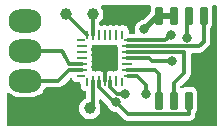
<source format=gtl>
G04 #@! TF.GenerationSoftware,KiCad,Pcbnew,(7.0.0-0)*
G04 #@! TF.CreationDate,2023-04-22T22:08:33+02:00*
G04 #@! TF.ProjectId,tiny-blackbox,74696e79-2d62-46c6-9163-6b626f782e6b,rev?*
G04 #@! TF.SameCoordinates,Original*
G04 #@! TF.FileFunction,Copper,L1,Top*
G04 #@! TF.FilePolarity,Positive*
%FSLAX46Y46*%
G04 Gerber Fmt 4.6, Leading zero omitted, Abs format (unit mm)*
G04 Created by KiCad (PCBNEW (7.0.0-0)) date 2023-04-22 22:08:33*
%MOMM*%
%LPD*%
G01*
G04 APERTURE LIST*
G04 Aperture macros list*
%AMRoundRect*
0 Rectangle with rounded corners*
0 $1 Rounding radius*
0 $2 $3 $4 $5 $6 $7 $8 $9 X,Y pos of 4 corners*
0 Add a 4 corners polygon primitive as box body*
4,1,4,$2,$3,$4,$5,$6,$7,$8,$9,$2,$3,0*
0 Add four circle primitives for the rounded corners*
1,1,$1+$1,$2,$3*
1,1,$1+$1,$4,$5*
1,1,$1+$1,$6,$7*
1,1,$1+$1,$8,$9*
0 Add four rect primitives between the rounded corners*
20,1,$1+$1,$2,$3,$4,$5,0*
20,1,$1+$1,$4,$5,$6,$7,0*
20,1,$1+$1,$6,$7,$8,$9,0*
20,1,$1+$1,$8,$9,$2,$3,0*%
%AMFreePoly0*
4,1,14,0.230680,0.111820,0.364320,-0.021821,0.377500,-0.053642,0.377500,-0.080000,0.364320,-0.111820,0.332500,-0.125000,-0.332500,-0.125000,-0.364320,-0.111820,-0.377500,-0.080000,-0.377500,0.080000,-0.364320,0.111820,-0.332500,0.125000,0.198860,0.125000,0.230680,0.111820,0.230680,0.111820,$1*%
%AMFreePoly1*
4,1,14,0.364320,0.111820,0.377500,0.080000,0.377501,0.053640,0.364318,0.021819,0.230680,-0.111820,0.198860,-0.125000,-0.332500,-0.125000,-0.364320,-0.111820,-0.377500,-0.080000,-0.377500,0.080000,-0.364320,0.111820,-0.332500,0.125000,0.332500,0.125000,0.364320,0.111820,0.364320,0.111820,$1*%
%AMFreePoly2*
4,1,15,0.053642,0.377500,0.080000,0.377500,0.111820,0.364320,0.125000,0.332500,0.125000,-0.332500,0.111820,-0.364320,0.080000,-0.377500,-0.080000,-0.377500,-0.111820,-0.364320,-0.125000,-0.332500,-0.125000,0.198860,-0.111820,0.230680,0.021820,0.364320,0.053640,0.377501,0.053642,0.377500,0.053642,0.377500,$1*%
%AMFreePoly3*
4,1,14,-0.021820,0.364320,0.111820,0.230679,0.125000,0.198858,0.125000,-0.332500,0.111820,-0.364320,0.080000,-0.377500,-0.080000,-0.377500,-0.111820,-0.364320,-0.125000,-0.332500,-0.125000,0.332500,-0.111820,0.364320,-0.080000,0.377500,-0.053640,0.377500,-0.021820,0.364320,-0.021820,0.364320,$1*%
%AMFreePoly4*
4,1,14,0.364320,0.111820,0.377500,0.080000,0.377500,-0.080000,0.364320,-0.111820,0.332500,-0.125000,-0.198860,-0.125001,-0.230680,-0.111818,-0.364320,0.021820,-0.377500,0.053640,-0.377500,0.080000,-0.364320,0.111820,-0.332500,0.125000,0.332500,0.125000,0.364320,0.111820,0.364320,0.111820,$1*%
%AMFreePoly5*
4,1,15,-0.198858,0.125000,0.332500,0.125000,0.364320,0.111820,0.377500,0.080000,0.377500,-0.080000,0.364320,-0.111820,0.332500,-0.125000,-0.332500,-0.125000,-0.364320,-0.111820,-0.377500,-0.080000,-0.377500,-0.053640,-0.364320,-0.021819,-0.230680,0.111820,-0.198860,0.125001,-0.198858,0.125000,-0.198858,0.125000,$1*%
%AMFreePoly6*
4,1,14,0.111820,0.364320,0.125000,0.332500,0.125001,-0.198860,0.111818,-0.230680,-0.021820,-0.364320,-0.053640,-0.377500,-0.080000,-0.377500,-0.111820,-0.364320,-0.125000,-0.332500,-0.125000,0.332500,-0.111820,0.364320,-0.080000,0.377500,0.080000,0.377500,0.111820,0.364320,0.111820,0.364320,$1*%
%AMFreePoly7*
4,1,14,0.111820,0.364320,0.125000,0.332500,0.125000,-0.332500,0.111820,-0.364320,0.080000,-0.377500,0.053640,-0.377501,0.021819,-0.364318,-0.111820,-0.230680,-0.125000,-0.198860,-0.125000,0.332500,-0.111820,0.364320,-0.080000,0.377500,0.080000,0.377500,0.111820,0.364320,0.111820,0.364320,$1*%
G04 Aperture macros list end*
G04 #@! TA.AperFunction,SMDPad,CuDef*
%ADD10RoundRect,0.150000X0.150000X-0.650000X0.150000X0.650000X-0.150000X0.650000X-0.150000X-0.650000X0*%
G04 #@! TD*
G04 #@! TA.AperFunction,SMDPad,CuDef*
%ADD11FreePoly0,90.000000*%
G04 #@! TD*
G04 #@! TA.AperFunction,SMDPad,CuDef*
%ADD12RoundRect,0.062500X0.062500X-0.375000X0.062500X0.375000X-0.062500X0.375000X-0.062500X-0.375000X0*%
G04 #@! TD*
G04 #@! TA.AperFunction,SMDPad,CuDef*
%ADD13FreePoly1,90.000000*%
G04 #@! TD*
G04 #@! TA.AperFunction,SMDPad,CuDef*
%ADD14FreePoly2,90.000000*%
G04 #@! TD*
G04 #@! TA.AperFunction,SMDPad,CuDef*
%ADD15RoundRect,0.062500X0.375000X-0.062500X0.375000X0.062500X-0.375000X0.062500X-0.375000X-0.062500X0*%
G04 #@! TD*
G04 #@! TA.AperFunction,SMDPad,CuDef*
%ADD16FreePoly3,90.000000*%
G04 #@! TD*
G04 #@! TA.AperFunction,SMDPad,CuDef*
%ADD17FreePoly4,90.000000*%
G04 #@! TD*
G04 #@! TA.AperFunction,SMDPad,CuDef*
%ADD18FreePoly5,90.000000*%
G04 #@! TD*
G04 #@! TA.AperFunction,SMDPad,CuDef*
%ADD19FreePoly6,90.000000*%
G04 #@! TD*
G04 #@! TA.AperFunction,SMDPad,CuDef*
%ADD20FreePoly7,90.000000*%
G04 #@! TD*
G04 #@! TA.AperFunction,SMDPad,CuDef*
%ADD21C,1.000000*%
G04 #@! TD*
G04 #@! TA.AperFunction,ComponentPad*
%ADD22R,2.800000X2.000000*%
G04 #@! TD*
G04 #@! TA.AperFunction,ComponentPad*
%ADD23O,2.800000X2.000000*%
G04 #@! TD*
G04 #@! TA.AperFunction,ViaPad*
%ADD24C,0.800000*%
G04 #@! TD*
G04 #@! TA.AperFunction,Conductor*
%ADD25C,0.300000*%
G04 #@! TD*
G04 #@! TA.AperFunction,Conductor*
%ADD26C,0.500000*%
G04 #@! TD*
G04 APERTURE END LIST*
D10*
X78095000Y-59600000D03*
X79365000Y-59600000D03*
X80635000Y-59600000D03*
X81905000Y-59600000D03*
X81905000Y-52400000D03*
X80635000Y-52400000D03*
X79365000Y-52400000D03*
X78095000Y-52400000D03*
D11*
X72000000Y-57997500D03*
D12*
X72500000Y-57937500D03*
X73000000Y-57937500D03*
X73500000Y-57937500D03*
X74000000Y-57937500D03*
X74500000Y-57937500D03*
D13*
X75000000Y-57997500D03*
D14*
X75497500Y-57500000D03*
D15*
X75437500Y-57000000D03*
X75437500Y-56500000D03*
X75437500Y-56000000D03*
X75437500Y-55500000D03*
X75437500Y-55000000D03*
D16*
X75497500Y-54500000D03*
D17*
X75000000Y-54002500D03*
D12*
X74500000Y-54062500D03*
X74000000Y-54062500D03*
X73500000Y-54062500D03*
X73000000Y-54062500D03*
X72500000Y-54062500D03*
D18*
X72000000Y-54002500D03*
D19*
X71502500Y-54500000D03*
D15*
X71562500Y-55000000D03*
X71562500Y-55500000D03*
X71562500Y-56000000D03*
X71562500Y-56500000D03*
X71562500Y-57000000D03*
D20*
X71502500Y-57500000D03*
D21*
X72250000Y-60250000D03*
X72500000Y-52250000D03*
X70250000Y-52250000D03*
X75500000Y-52250000D03*
D22*
X66799999Y-60439999D03*
D23*
X66799999Y-57899999D03*
X66799999Y-55359999D03*
X66799999Y-52819999D03*
D24*
X75250000Y-59000000D03*
X76872760Y-53545806D03*
X79250000Y-56249500D03*
X77000000Y-59000000D03*
X80500000Y-54250000D03*
X73000000Y-56500000D03*
X74500000Y-59750000D03*
X74000000Y-52750000D03*
X79139204Y-54000181D03*
D25*
X73000000Y-56500000D02*
X73500000Y-56500000D01*
X73500000Y-56500000D02*
X73500000Y-57937500D01*
X75500000Y-60750000D02*
X74500000Y-59750000D01*
X80635000Y-59600000D02*
X80635000Y-60750000D01*
X80635000Y-60750000D02*
X75500000Y-60750000D01*
X75497500Y-57500000D02*
X76250000Y-57500000D01*
X76250000Y-57500000D02*
X77000000Y-58250000D01*
X77000000Y-58250000D02*
X77000000Y-59000000D01*
X77250000Y-56000000D02*
X75437500Y-56000000D01*
X77499500Y-56249500D02*
X77250000Y-56000000D01*
X79250000Y-56249500D02*
X77499500Y-56249500D01*
X72500000Y-57937500D02*
X72500000Y-60000000D01*
X72500000Y-60000000D02*
X72250000Y-60250000D01*
X72750000Y-56500000D02*
X73250000Y-56500000D01*
X74000000Y-57937500D02*
X74000000Y-58458363D01*
X74000000Y-58458363D02*
X74541637Y-59000000D01*
X74541637Y-59000000D02*
X75250000Y-59000000D01*
X74541637Y-59000000D02*
X75000000Y-59000000D01*
X75000000Y-59000000D02*
X75500000Y-59000000D01*
D26*
X78018566Y-52400000D02*
X76872760Y-53545806D01*
X78095000Y-52400000D02*
X78018566Y-52400000D01*
D25*
X72500000Y-52250000D02*
X72500000Y-54062500D01*
X70250000Y-52250000D02*
X70250000Y-52252500D01*
X70250000Y-52252500D02*
X72000000Y-54002500D01*
X75500000Y-52250000D02*
X74500000Y-52250000D01*
X74500000Y-52250000D02*
X74000000Y-52750000D01*
D26*
X78095000Y-52400000D02*
X79365000Y-52400000D01*
D25*
X80500000Y-54250000D02*
X80500000Y-52535000D01*
X80500000Y-52535000D02*
X80635000Y-52400000D01*
X74291637Y-59750000D02*
X74500000Y-59750000D01*
X73000000Y-58458363D02*
X74291637Y-59750000D01*
X73000000Y-57937500D02*
X73000000Y-58458363D01*
X78639385Y-54500000D02*
X79139204Y-54000181D01*
X75497500Y-54500000D02*
X78639385Y-54500000D01*
X75437500Y-57000000D02*
X77750000Y-57000000D01*
X78095000Y-59600000D02*
X78095000Y-57345000D01*
X78095000Y-57345000D02*
X77750000Y-57000000D01*
X75437500Y-55500000D02*
X80250000Y-55500000D01*
X80250000Y-55500000D02*
X80250000Y-57250000D01*
X80250000Y-57250000D02*
X79365000Y-58135000D01*
X79365000Y-58135000D02*
X79365000Y-59600000D01*
X75437500Y-55000000D02*
X81500000Y-55000000D01*
X81905000Y-54595000D02*
X81500000Y-55000000D01*
X81905000Y-52400000D02*
X81905000Y-54595000D01*
X71562500Y-57000000D02*
X70500000Y-57000000D01*
X70500000Y-57000000D02*
X69600000Y-57900000D01*
X69600000Y-57900000D02*
X66800000Y-57900000D01*
X71562500Y-56500000D02*
X70500000Y-56500000D01*
X70500000Y-56500000D02*
X70250000Y-56000000D01*
X70250000Y-56000000D02*
X69860000Y-55360000D01*
X69860000Y-55360000D02*
X66800000Y-55360000D01*
G04 #@! TA.AperFunction,Conductor*
G36*
X82938000Y-51516613D02*
G01*
X82983387Y-51562000D01*
X83000000Y-51624000D01*
X83000000Y-61626000D01*
X82983387Y-61688000D01*
X82938000Y-61733387D01*
X82876000Y-61750000D01*
X65374000Y-61750000D01*
X65312000Y-61733387D01*
X65266613Y-61688000D01*
X65250000Y-61626000D01*
X65250000Y-59030984D01*
X65269106Y-58964853D01*
X65320537Y-58919101D01*
X65388444Y-58907828D01*
X65451897Y-58934506D01*
X65612920Y-59064523D01*
X65821046Y-59180790D01*
X66045829Y-59260211D01*
X66280800Y-59300500D01*
X67256866Y-59300500D01*
X67259497Y-59300500D01*
X67437541Y-59285346D01*
X67668249Y-59225275D01*
X67885486Y-59127077D01*
X68083003Y-58993579D01*
X68255118Y-58828621D01*
X68396879Y-58636947D01*
X68456510Y-58518674D01*
X68502219Y-58468910D01*
X68567233Y-58450500D01*
X69588478Y-58450500D01*
X69592710Y-58450571D01*
X69656826Y-58452762D01*
X69665068Y-58450753D01*
X69665071Y-58450753D01*
X69696739Y-58443035D01*
X69709196Y-58440666D01*
X69749920Y-58435070D01*
X69766380Y-58427919D01*
X69786423Y-58421179D01*
X69803852Y-58416933D01*
X69839688Y-58396783D01*
X69851023Y-58391153D01*
X69888720Y-58374780D01*
X69902637Y-58363456D01*
X69920120Y-58351558D01*
X69935759Y-58342766D01*
X69964812Y-58313711D01*
X69974244Y-58305200D01*
X69999527Y-58284632D01*
X69999527Y-58284631D01*
X70006108Y-58279278D01*
X70016456Y-58264616D01*
X70030074Y-58248449D01*
X70555893Y-57722630D01*
X70607574Y-57691653D01*
X70667757Y-57688694D01*
X70722229Y-57714454D01*
X70758128Y-57762848D01*
X70759375Y-57765859D01*
X70759381Y-57765872D01*
X70760931Y-57769613D01*
X70813859Y-57861289D01*
X70888711Y-57936141D01*
X70895751Y-57940205D01*
X70895753Y-57940207D01*
X70954534Y-57974143D01*
X70980386Y-57989069D01*
X71014828Y-58003335D01*
X71117074Y-58030731D01*
X71221095Y-58030731D01*
X71222927Y-58030731D01*
X71223520Y-58030572D01*
X71224742Y-58030492D01*
X71345508Y-58030492D01*
X71407508Y-58047105D01*
X71452895Y-58092492D01*
X71469508Y-58154492D01*
X71469508Y-58275258D01*
X71469427Y-58276479D01*
X71469269Y-58277073D01*
X71469269Y-58382927D01*
X71471370Y-58390770D01*
X71471371Y-58390773D01*
X71492215Y-58468562D01*
X71496666Y-58485174D01*
X71498219Y-58488924D01*
X71498221Y-58488929D01*
X71500374Y-58494126D01*
X71509378Y-58515865D01*
X71509381Y-58515871D01*
X71510931Y-58519613D01*
X71563859Y-58611289D01*
X71638711Y-58686141D01*
X71645751Y-58690205D01*
X71645753Y-58690207D01*
X71704534Y-58724143D01*
X71730386Y-58739069D01*
X71764828Y-58753335D01*
X71828721Y-58770454D01*
X71857593Y-58778191D01*
X71905205Y-58802976D01*
X71937882Y-58845561D01*
X71949500Y-58897966D01*
X71949500Y-59317545D01*
X71940471Y-59363996D01*
X71914699Y-59403682D01*
X71875935Y-59430824D01*
X71797270Y-59465849D01*
X71792016Y-59469665D01*
X71792011Y-59469669D01*
X71649388Y-59573290D01*
X71649381Y-59573295D01*
X71644129Y-59577112D01*
X71639784Y-59581937D01*
X71639779Y-59581942D01*
X71521813Y-59712956D01*
X71521808Y-59712962D01*
X71517467Y-59717784D01*
X71514222Y-59723404D01*
X71514218Y-59723410D01*
X71426069Y-59876089D01*
X71426066Y-59876094D01*
X71422821Y-59881716D01*
X71420815Y-59887888D01*
X71420813Y-59887894D01*
X71366333Y-60055564D01*
X71366331Y-60055573D01*
X71364326Y-60061744D01*
X71363648Y-60068194D01*
X71363646Y-60068204D01*
X71345962Y-60236464D01*
X71344540Y-60250000D01*
X71345219Y-60256460D01*
X71363646Y-60431795D01*
X71363647Y-60431803D01*
X71364326Y-60438256D01*
X71366331Y-60444428D01*
X71366333Y-60444435D01*
X71416783Y-60599702D01*
X71422821Y-60618284D01*
X71426068Y-60623908D01*
X71426069Y-60623910D01*
X71509731Y-60768818D01*
X71517467Y-60782216D01*
X71644129Y-60922888D01*
X71797270Y-61034151D01*
X71970197Y-61111144D01*
X72155354Y-61150500D01*
X72338143Y-61150500D01*
X72344646Y-61150500D01*
X72529803Y-61111144D01*
X72702730Y-61034151D01*
X72855871Y-60922888D01*
X72982533Y-60782216D01*
X73077179Y-60618284D01*
X73135674Y-60438256D01*
X73155460Y-60250000D01*
X73135674Y-60061744D01*
X73077179Y-59881716D01*
X73067113Y-59864281D01*
X73050500Y-59802281D01*
X73050500Y-59586750D01*
X73064015Y-59530455D01*
X73101615Y-59486432D01*
X73155102Y-59464277D01*
X73212818Y-59468819D01*
X73262181Y-59499069D01*
X73706603Y-59943491D01*
X73735963Y-59990217D01*
X73774211Y-60099522D01*
X73836261Y-60198275D01*
X73864703Y-60243540D01*
X73870184Y-60252262D01*
X73997738Y-60379816D01*
X74150478Y-60475789D01*
X74320745Y-60535368D01*
X74487358Y-60554140D01*
X74527274Y-60565640D01*
X74561154Y-60589679D01*
X75102593Y-61131118D01*
X75105535Y-61134162D01*
X75143529Y-61174844D01*
X75143531Y-61174845D01*
X75149320Y-61181044D01*
X75177499Y-61198180D01*
X75184419Y-61202388D01*
X75194914Y-61209530D01*
X75227658Y-61234361D01*
X75235543Y-61237470D01*
X75235546Y-61237472D01*
X75244349Y-61240943D01*
X75263281Y-61250345D01*
X75278618Y-61259672D01*
X75314366Y-61269688D01*
X75318181Y-61270757D01*
X75330207Y-61274800D01*
X75368436Y-61289876D01*
X75386278Y-61291710D01*
X75407051Y-61295657D01*
X75424335Y-61300500D01*
X75465418Y-61300500D01*
X75478098Y-61301149D01*
X75518972Y-61305352D01*
X75536655Y-61302303D01*
X75557725Y-61300500D01*
X80611945Y-61300500D01*
X80620407Y-61300789D01*
X80672921Y-61304381D01*
X80724481Y-61293666D01*
X80732779Y-61292236D01*
X80784920Y-61285070D01*
X80792706Y-61281687D01*
X80798972Y-61279932D01*
X80806653Y-61277494D01*
X80812773Y-61275318D01*
X80821085Y-61273592D01*
X80867834Y-61249367D01*
X80875433Y-61245753D01*
X80923720Y-61224780D01*
X80930308Y-61219419D01*
X80935864Y-61216041D01*
X80942605Y-61211620D01*
X80947905Y-61207878D01*
X80955447Y-61203971D01*
X80993918Y-61168039D01*
X81000287Y-61162487D01*
X81041108Y-61129278D01*
X81046003Y-61122341D01*
X81050432Y-61117600D01*
X81055734Y-61111520D01*
X81059838Y-61106475D01*
X81066044Y-61100680D01*
X81093398Y-61055696D01*
X81098020Y-61048651D01*
X81128377Y-61005647D01*
X81131219Y-60997646D01*
X81134206Y-60991883D01*
X81137667Y-60984605D01*
X81140259Y-60978636D01*
X81144672Y-60971382D01*
X81158867Y-60920716D01*
X81161428Y-60912649D01*
X81179054Y-60863056D01*
X81179633Y-60854584D01*
X81180950Y-60848247D01*
X81182325Y-60840273D01*
X81183210Y-60833836D01*
X81185500Y-60825665D01*
X81185500Y-60773055D01*
X81185789Y-60764593D01*
X81188802Y-60720541D01*
X81189381Y-60712079D01*
X81187654Y-60703769D01*
X81187213Y-60697321D01*
X81185500Y-60680657D01*
X81185500Y-60674628D01*
X81191968Y-60635104D01*
X81210693Y-60599705D01*
X81269361Y-60522342D01*
X81324877Y-60381564D01*
X81335500Y-60293102D01*
X81335500Y-58906898D01*
X81324877Y-58818436D01*
X81269361Y-58677658D01*
X81177922Y-58557078D01*
X81155575Y-58540132D01*
X81107451Y-58503638D01*
X81057342Y-58465639D01*
X80916564Y-58410123D01*
X80908674Y-58409175D01*
X80908668Y-58409174D01*
X80831781Y-58399941D01*
X80831767Y-58399940D01*
X80828102Y-58399500D01*
X80441898Y-58399500D01*
X80438233Y-58399940D01*
X80438218Y-58399941D01*
X80361331Y-58409174D01*
X80361324Y-58409175D01*
X80353436Y-58410123D01*
X80346040Y-58413039D01*
X80346038Y-58413040D01*
X80220551Y-58462526D01*
X80220548Y-58462527D01*
X80212658Y-58465639D01*
X80114423Y-58540133D01*
X80051128Y-58564782D01*
X79984340Y-58552384D01*
X79934106Y-58506659D01*
X79915500Y-58441328D01*
X79915500Y-58414387D01*
X79924939Y-58366934D01*
X79951819Y-58326706D01*
X80119255Y-58159270D01*
X80631145Y-57647378D01*
X80634130Y-57644493D01*
X80681044Y-57600680D01*
X80702398Y-57565562D01*
X80709525Y-57555091D01*
X80734361Y-57522342D01*
X80740943Y-57505648D01*
X80750352Y-57486707D01*
X80759672Y-57471382D01*
X80770758Y-57431811D01*
X80774802Y-57419786D01*
X80789876Y-57381564D01*
X80791711Y-57363713D01*
X80795660Y-57342937D01*
X80796513Y-57339893D01*
X80800500Y-57325665D01*
X80800500Y-57284582D01*
X80801150Y-57271901D01*
X80803868Y-57245459D01*
X80805352Y-57231028D01*
X80802303Y-57213344D01*
X80800500Y-57192275D01*
X80800500Y-55674500D01*
X80817113Y-55612500D01*
X80862500Y-55567113D01*
X80924500Y-55550500D01*
X81488478Y-55550500D01*
X81492710Y-55550571D01*
X81556826Y-55552762D01*
X81565068Y-55550753D01*
X81565071Y-55550753D01*
X81596739Y-55543035D01*
X81609196Y-55540666D01*
X81649920Y-55535070D01*
X81666380Y-55527919D01*
X81686423Y-55521179D01*
X81703852Y-55516933D01*
X81739688Y-55496783D01*
X81751023Y-55491153D01*
X81788720Y-55474780D01*
X81802637Y-55463456D01*
X81820120Y-55451558D01*
X81835759Y-55442766D01*
X81864812Y-55413711D01*
X81874227Y-55405213D01*
X81906108Y-55379278D01*
X81916456Y-55364616D01*
X81930073Y-55348449D01*
X82286130Y-54992392D01*
X82289115Y-54989507D01*
X82336044Y-54945680D01*
X82357395Y-54910568D01*
X82364535Y-54900079D01*
X82389361Y-54867343D01*
X82395943Y-54850650D01*
X82405351Y-54831708D01*
X82414672Y-54816382D01*
X82425755Y-54776822D01*
X82429802Y-54764789D01*
X82444876Y-54726565D01*
X82446710Y-54708713D01*
X82450659Y-54687941D01*
X82453211Y-54678833D01*
X82453210Y-54678833D01*
X82455500Y-54670665D01*
X82455500Y-54629575D01*
X82456150Y-54616895D01*
X82459483Y-54584468D01*
X82460351Y-54576029D01*
X82457302Y-54558349D01*
X82455500Y-54537282D01*
X82455500Y-53474628D01*
X82461968Y-53435104D01*
X82480693Y-53399705D01*
X82539361Y-53322342D01*
X82594877Y-53181564D01*
X82605500Y-53093102D01*
X82605500Y-51706898D01*
X82597320Y-51638782D01*
X82608454Y-51570744D01*
X82654207Y-51519167D01*
X82720435Y-51500000D01*
X82876000Y-51500000D01*
X82938000Y-51516613D01*
G37*
G04 #@! TD.AperFunction*
G04 #@! TA.AperFunction,Conductor*
G36*
X74290954Y-54876747D02*
G01*
X74350451Y-54897567D01*
X74381728Y-54900500D01*
X74475500Y-54900500D01*
X74537500Y-54917113D01*
X74582887Y-54962500D01*
X74599500Y-55024500D01*
X74599500Y-55118272D01*
X74599769Y-55121145D01*
X74599770Y-55121157D01*
X74601728Y-55142038D01*
X74601729Y-55142043D01*
X74602433Y-55149549D01*
X74604922Y-55156663D01*
X74604923Y-55156666D01*
X74623251Y-55209045D01*
X74630209Y-55249998D01*
X74623251Y-55290951D01*
X74604924Y-55343327D01*
X74604921Y-55343340D01*
X74602433Y-55350451D01*
X74601729Y-55357954D01*
X74601728Y-55357961D01*
X74599770Y-55378842D01*
X74599769Y-55378855D01*
X74599500Y-55381728D01*
X74599500Y-55618272D01*
X74599769Y-55621145D01*
X74599770Y-55621157D01*
X74601728Y-55642038D01*
X74601729Y-55642043D01*
X74602433Y-55649549D01*
X74604922Y-55656663D01*
X74604923Y-55656666D01*
X74623251Y-55709045D01*
X74630209Y-55749998D01*
X74623251Y-55790951D01*
X74604924Y-55843327D01*
X74604921Y-55843340D01*
X74602433Y-55850451D01*
X74601729Y-55857954D01*
X74601728Y-55857961D01*
X74599770Y-55878842D01*
X74599769Y-55878855D01*
X74599500Y-55881728D01*
X74599500Y-56118272D01*
X74599769Y-56121145D01*
X74599770Y-56121157D01*
X74601728Y-56142032D01*
X74602433Y-56149549D01*
X74604923Y-56156665D01*
X74604925Y-56156674D01*
X74623251Y-56209045D01*
X74630209Y-56249998D01*
X74623251Y-56290951D01*
X74604924Y-56343327D01*
X74604921Y-56343340D01*
X74602433Y-56350451D01*
X74601729Y-56357954D01*
X74601728Y-56357961D01*
X74599770Y-56378842D01*
X74599769Y-56378855D01*
X74599500Y-56381728D01*
X74599500Y-56618272D01*
X74599769Y-56621145D01*
X74599770Y-56621157D01*
X74601728Y-56642038D01*
X74601729Y-56642043D01*
X74602433Y-56649549D01*
X74604922Y-56656663D01*
X74604923Y-56656666D01*
X74623251Y-56709045D01*
X74630209Y-56749998D01*
X74623251Y-56790951D01*
X74604924Y-56843327D01*
X74604921Y-56843340D01*
X74602433Y-56850451D01*
X74601729Y-56857954D01*
X74601728Y-56857961D01*
X74599770Y-56878842D01*
X74599769Y-56878855D01*
X74599500Y-56881728D01*
X74599500Y-56884622D01*
X74599500Y-56975500D01*
X74582887Y-57037500D01*
X74537500Y-57082887D01*
X74475500Y-57099500D01*
X74381728Y-57099500D01*
X74378855Y-57099769D01*
X74378842Y-57099770D01*
X74357961Y-57101728D01*
X74357954Y-57101729D01*
X74350451Y-57102433D01*
X74343335Y-57104922D01*
X74343330Y-57104924D01*
X74290953Y-57123251D01*
X74250000Y-57130209D01*
X74209047Y-57123251D01*
X74156669Y-57104924D01*
X74156666Y-57104923D01*
X74149549Y-57102433D01*
X74142043Y-57101729D01*
X74142038Y-57101728D01*
X74121157Y-57099770D01*
X74121145Y-57099769D01*
X74118272Y-57099500D01*
X73881728Y-57099500D01*
X73878855Y-57099769D01*
X73878842Y-57099770D01*
X73857968Y-57101728D01*
X73857967Y-57101728D01*
X73850451Y-57102433D01*
X73843330Y-57104924D01*
X73843324Y-57104926D01*
X73727479Y-57145462D01*
X73727473Y-57145464D01*
X73718711Y-57148531D01*
X73711241Y-57154043D01*
X73711237Y-57154046D01*
X73613884Y-57225895D01*
X73613881Y-57225897D01*
X73606411Y-57231411D01*
X73600897Y-57238881D01*
X73600895Y-57238884D01*
X73599771Y-57240408D01*
X73597206Y-57242573D01*
X73594321Y-57245459D01*
X73594077Y-57245215D01*
X73555882Y-57277469D01*
X73500000Y-57290775D01*
X73444118Y-57277469D01*
X73405922Y-57245215D01*
X73405679Y-57245459D01*
X73402793Y-57242573D01*
X73400229Y-57240408D01*
X73399104Y-57238884D01*
X73393589Y-57231411D01*
X73333823Y-57187302D01*
X73288762Y-57154046D01*
X73288760Y-57154045D01*
X73281289Y-57148531D01*
X73272523Y-57145463D01*
X73272520Y-57145462D01*
X73156675Y-57104926D01*
X73156671Y-57104925D01*
X73149549Y-57102433D01*
X73142019Y-57101726D01*
X73121157Y-57099770D01*
X73121145Y-57099769D01*
X73118272Y-57099500D01*
X72881728Y-57099500D01*
X72878855Y-57099769D01*
X72878842Y-57099770D01*
X72857961Y-57101728D01*
X72857954Y-57101729D01*
X72850451Y-57102433D01*
X72843335Y-57104922D01*
X72843330Y-57104924D01*
X72790953Y-57123251D01*
X72750000Y-57130209D01*
X72709047Y-57123251D01*
X72656669Y-57104924D01*
X72656666Y-57104923D01*
X72649549Y-57102433D01*
X72642043Y-57101729D01*
X72642038Y-57101728D01*
X72621157Y-57099770D01*
X72621145Y-57099769D01*
X72618272Y-57099500D01*
X72615378Y-57099500D01*
X72524500Y-57099500D01*
X72462500Y-57082887D01*
X72417113Y-57037500D01*
X72400500Y-56975500D01*
X72400500Y-56884622D01*
X72400500Y-56881728D01*
X72397567Y-56850451D01*
X72376747Y-56790951D01*
X72369789Y-56750000D01*
X72376748Y-56709045D01*
X72382714Y-56691995D01*
X72397567Y-56649549D01*
X72400500Y-56618272D01*
X72400500Y-56381728D01*
X72397567Y-56350451D01*
X72376747Y-56290951D01*
X72369789Y-56249998D01*
X72376747Y-56209046D01*
X72397567Y-56149549D01*
X72400500Y-56118272D01*
X72400500Y-55881728D01*
X72397567Y-55850451D01*
X72376747Y-55790951D01*
X72369789Y-55750000D01*
X72376748Y-55709045D01*
X72395073Y-55656675D01*
X72397567Y-55649549D01*
X72400500Y-55618272D01*
X72400500Y-55381728D01*
X72397567Y-55350451D01*
X72376747Y-55290954D01*
X72369789Y-55250000D01*
X72376748Y-55209045D01*
X72395073Y-55156675D01*
X72397567Y-55149549D01*
X72400500Y-55118272D01*
X72400500Y-55024500D01*
X72417113Y-54962500D01*
X72462500Y-54917113D01*
X72524500Y-54900500D01*
X72615378Y-54900500D01*
X72618272Y-54900500D01*
X72649549Y-54897567D01*
X72709045Y-54876747D01*
X72750000Y-54869789D01*
X72790954Y-54876747D01*
X72850451Y-54897567D01*
X72881728Y-54900500D01*
X73115378Y-54900500D01*
X73118272Y-54900500D01*
X73149549Y-54897567D01*
X73209045Y-54876747D01*
X73250000Y-54869789D01*
X73290954Y-54876747D01*
X73350451Y-54897567D01*
X73381728Y-54900500D01*
X73615378Y-54900500D01*
X73618272Y-54900500D01*
X73649549Y-54897567D01*
X73709045Y-54876747D01*
X73750000Y-54869789D01*
X73790954Y-54876747D01*
X73850451Y-54897567D01*
X73881728Y-54900500D01*
X74115378Y-54900500D01*
X74118272Y-54900500D01*
X74149549Y-54897567D01*
X74209045Y-54876747D01*
X74250000Y-54869789D01*
X74290954Y-54876747D01*
G37*
G04 #@! TD.AperFunction*
G04 #@! TA.AperFunction,Conductor*
G36*
X77345793Y-51519167D02*
G01*
X77391546Y-51570744D01*
X77402679Y-51638782D01*
X77400675Y-51655477D01*
X77394941Y-51703221D01*
X77394940Y-51703230D01*
X77394500Y-51706898D01*
X77394500Y-51710599D01*
X77394500Y-52052758D01*
X77385061Y-52100211D01*
X77358181Y-52140439D01*
X76774535Y-52724083D01*
X76740662Y-52748119D01*
X76707135Y-52757781D01*
X76707210Y-52758109D01*
X76701382Y-52759439D01*
X76700751Y-52759621D01*
X76700423Y-52759657D01*
X76700410Y-52759659D01*
X76693505Y-52760438D01*
X76686943Y-52762733D01*
X76686939Y-52762735D01*
X76529803Y-52817719D01*
X76529796Y-52817721D01*
X76523238Y-52820017D01*
X76517350Y-52823716D01*
X76517347Y-52823718D01*
X76376398Y-52912282D01*
X76376393Y-52912285D01*
X76370498Y-52915990D01*
X76365573Y-52920914D01*
X76365569Y-52920918D01*
X76247872Y-53038615D01*
X76247868Y-53038619D01*
X76242944Y-53043544D01*
X76239239Y-53049439D01*
X76239236Y-53049444D01*
X76150672Y-53190393D01*
X76150670Y-53190396D01*
X76146971Y-53196284D01*
X76144675Y-53202842D01*
X76144673Y-53202849D01*
X76089690Y-53359981D01*
X76089688Y-53359988D01*
X76087392Y-53366551D01*
X76086612Y-53373468D01*
X76086612Y-53373471D01*
X76068181Y-53537059D01*
X76067195Y-53545806D01*
X76067975Y-53552729D01*
X76074340Y-53609225D01*
X76087392Y-53725061D01*
X76089689Y-53731627D01*
X76089691Y-53731633D01*
X76108206Y-53784546D01*
X76113946Y-53842834D01*
X76092293Y-53897256D01*
X76048078Y-53935667D01*
X75991164Y-53949500D01*
X75654492Y-53949500D01*
X75592492Y-53932887D01*
X75547105Y-53887500D01*
X75530492Y-53825500D01*
X75530492Y-53724742D01*
X75530572Y-53723520D01*
X75530731Y-53722927D01*
X75530731Y-53617074D01*
X75503335Y-53514828D01*
X75489069Y-53480386D01*
X75436141Y-53388711D01*
X75361289Y-53313859D01*
X75346924Y-53305565D01*
X75273128Y-53262960D01*
X75273123Y-53262957D01*
X75269613Y-53260931D01*
X75265873Y-53259381D01*
X75265855Y-53259373D01*
X75244124Y-53250373D01*
X75235174Y-53246666D01*
X75222183Y-53243185D01*
X75140773Y-53221371D01*
X75140770Y-53221370D01*
X75132927Y-53219269D01*
X75027073Y-53219269D01*
X75026479Y-53219427D01*
X75025258Y-53219508D01*
X74974742Y-53219508D01*
X74973520Y-53219427D01*
X74972927Y-53219269D01*
X74867074Y-53219269D01*
X74859228Y-53221371D01*
X74859222Y-53221372D01*
X74767613Y-53245918D01*
X74730884Y-53250056D01*
X74694568Y-53243185D01*
X74656669Y-53229924D01*
X74656666Y-53229923D01*
X74649549Y-53227433D01*
X74642043Y-53226729D01*
X74642038Y-53226728D01*
X74621157Y-53224770D01*
X74621145Y-53224769D01*
X74618272Y-53224500D01*
X74381728Y-53224500D01*
X74378855Y-53224769D01*
X74378842Y-53224770D01*
X74357961Y-53226728D01*
X74357954Y-53226729D01*
X74350451Y-53227433D01*
X74343335Y-53229922D01*
X74343330Y-53229924D01*
X74290953Y-53248251D01*
X74250000Y-53255209D01*
X74209047Y-53248251D01*
X74156669Y-53229924D01*
X74156666Y-53229923D01*
X74149549Y-53227433D01*
X74142043Y-53226729D01*
X74142038Y-53226728D01*
X74121157Y-53224770D01*
X74121145Y-53224769D01*
X74118272Y-53224500D01*
X73881728Y-53224500D01*
X73878855Y-53224769D01*
X73878842Y-53224770D01*
X73857961Y-53226728D01*
X73857954Y-53226729D01*
X73850451Y-53227433D01*
X73843335Y-53229922D01*
X73843330Y-53229924D01*
X73790953Y-53248251D01*
X73750000Y-53255209D01*
X73709047Y-53248251D01*
X73656669Y-53229924D01*
X73656666Y-53229923D01*
X73649549Y-53227433D01*
X73642043Y-53226729D01*
X73642038Y-53226728D01*
X73621157Y-53224770D01*
X73621145Y-53224769D01*
X73618272Y-53224500D01*
X73381728Y-53224500D01*
X73378855Y-53224769D01*
X73378842Y-53224770D01*
X73357961Y-53226728D01*
X73357954Y-53226729D01*
X73350451Y-53227433D01*
X73343335Y-53229922D01*
X73343330Y-53229924D01*
X73290953Y-53248251D01*
X73250000Y-53255209D01*
X73209047Y-53248251D01*
X73156677Y-53229927D01*
X73156675Y-53229926D01*
X73149549Y-53227433D01*
X73146060Y-53227105D01*
X73097795Y-53204325D01*
X73062949Y-53161047D01*
X73050500Y-53106896D01*
X73050500Y-53026298D01*
X73064016Y-52970002D01*
X73096552Y-52931907D01*
X73095785Y-52931055D01*
X73100610Y-52926710D01*
X73105871Y-52922888D01*
X73232533Y-52782216D01*
X73327179Y-52618284D01*
X73385674Y-52438256D01*
X73405460Y-52250000D01*
X73385674Y-52061744D01*
X73327179Y-51881716D01*
X73232533Y-51717784D01*
X73222797Y-51706971D01*
X73195516Y-51657345D01*
X73193145Y-51600764D01*
X73216179Y-51549029D01*
X73259813Y-51512932D01*
X73314948Y-51500000D01*
X77279565Y-51500000D01*
X77345793Y-51519167D01*
G37*
G04 #@! TD.AperFunction*
M02*

</source>
